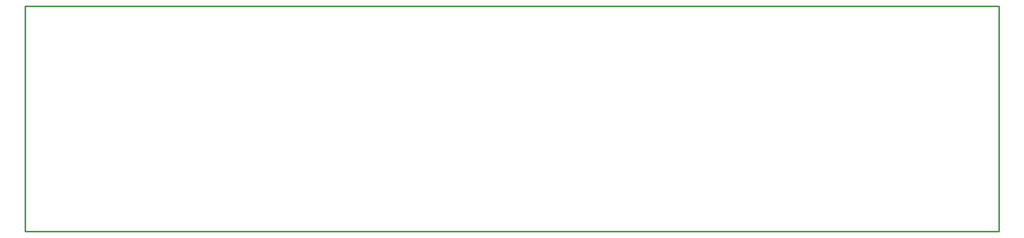
<source format=gbr>
G04 start of page 4 for group 2 idx 2 *
G04 Title: (unknown), outline *
G04 Creator: pcb 20140316 *
G04 CreationDate: Thu 29 Nov 2018 09:53:53 PM GMT UTC *
G04 For: railfan *
G04 Format: Gerber/RS-274X *
G04 PCB-Dimensions (mil): 6340.00 1470.00 *
G04 PCB-Coordinate-Origin: lower left *
%MOIN*%
%FSLAX25Y25*%
%LNOUTLINE*%
%ADD61C,0.0100*%
G54D61*X0Y147000D02*X634000D01*
Y0D01*
X0D01*
Y147000D01*
M02*

</source>
